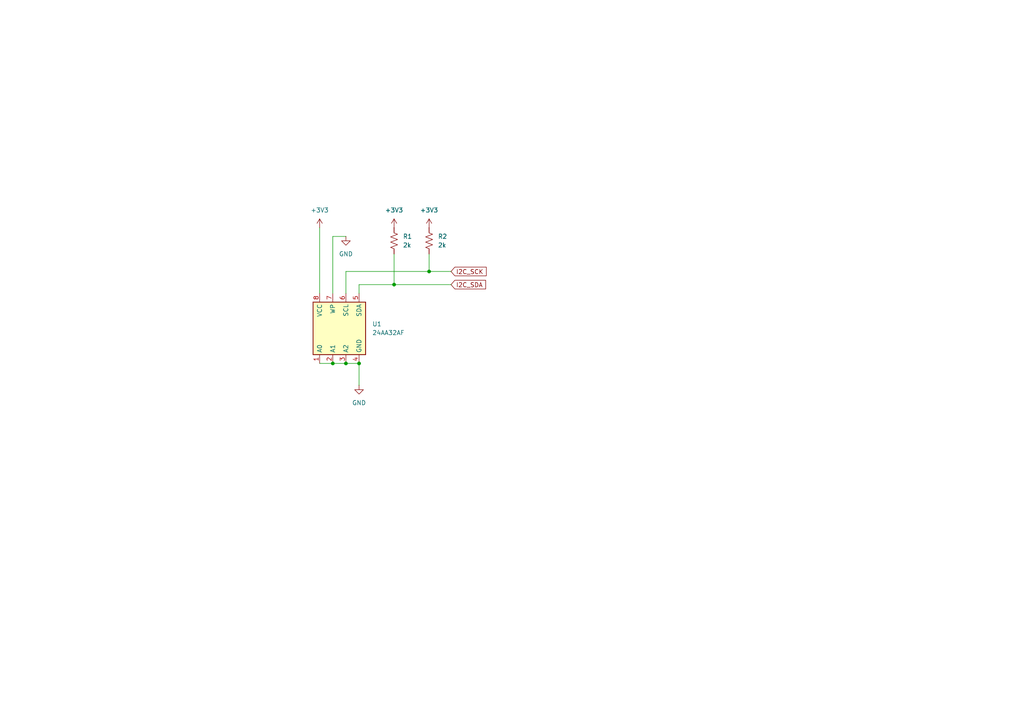
<source format=kicad_sch>
(kicad_sch (version 20231120) (generator "eeschema") (generator_version "8.0")
  (paper "A4")
  (lib_symbols
    (symbol "24AA32AF_Memory_EEPROM:24LC01"
      (property "Reference" "U1" (at 9.9695 1.0795 0))
      (property "Value" "24AA32AF" (at 9.9695 -1.2065 0))
      (symbol "24LC01_1_1"
        (rectangle (start 8.255 7.62) (end -6.985 -7.62) (stroke (width 0.254)) (fill (type background)))
        (pin input line (at 6.35 10.16 270) (length 2.54) (name "A0") (number "1"))
        (pin input line (at 2.54 10.16 270) (length 2.54) (name "A1") (number "2"))
        (pin input line (at -1.27 10.16 270) (length 2.54) (name "A2") (number "3"))
        (pin power_in line (at -5.08 10.16 270) (length 2.54) (name "GND") (number "4"))
        (pin bidirectional line (at -5.08 -10.16 90) (length 2.54) (name "SDA") (number "5"))
        (pin input line (at -1.27 -10.16 90) (length 2.54) (name "SCL") (number "6"))
        (pin input line (at 2.54 -10.16 90) (length 2.54) (name "WP") (number "7"))
        (pin power_in line (at 6.35 -10.16 90) (length 2.54) (name "VCC") (number "8"))
      )
    )
    (symbol "Device:R_US" (pin_numbers hide) (pin_names (offset 0))
      (property "Reference" "R" (at 2.54 0 90))
      (property "Value" "R_US" (at -2.54 0 90))
      (symbol "R_US_0_1"
        (polyline (pts (xy 0 -2.286) (xy 0 -2.54)))
        (polyline (pts (xy 0 2.286) (xy 0 2.54)))
        (polyline (pts (xy 0 -0.762) (xy 1.016 -1.143) (xy 0 -1.524) (xy -1.016 -1.905) (xy 0 -2.286)))
        (polyline (pts (xy 0 0.762) (xy 1.016 0.381) (xy 0 0) (xy -1.016 -0.381) (xy 0 -0.762)))
        (polyline (pts (xy 0 2.286) (xy 1.016 1.905) (xy 0 1.524) (xy -1.016 1.143) (xy 0 0.762)))
      )
      (symbol "R_US_1_1"
        (pin passive line (at 0 3.81 270) (length 1.27) (name "~") (number "1"))
        (pin passive line (at 0 -3.81 90) (length 1.27) (name "~") (number "2"))
      )
    )
    (symbol "power:+3V3" (power) (pin_numbers hide) (pin_names (offset 0) hide)
      (property "Value" "+3V3" (at 0 3.556 0))
      (symbol "+3V3_0_1"
        (polyline (pts (xy -0.762 1.27) (xy 0 2.54)))
        (polyline (pts (xy 0 0) (xy 0 2.54)))
        (polyline (pts (xy 0 2.54) (xy 0.762 1.27)))
      )
      (symbol "+3V3_1_1"
        (pin power_in line (at 0 0 90) (length 0) (name "~") (number "1"))
      )
    )
    (symbol "power:GND" (power) (pin_numbers hide) (pin_names (offset 0) hide)
      (property "Value" "GND" (at 0 -3.81 0))
      (symbol "GND_0_1"
        (polyline (pts (xy 0 0) (xy 0 -1.27) (xy 1.27 -1.27) (xy 0 -2.54) (xy -1.27 -1.27) (xy 0 -1.27)))
      )
      (symbol "GND_1_1"
        (pin power_in line (at 0 0 270) (length 0) (name "~") (number "1"))
      )
    )
  )
  (junction (at 100.33 105.41))
  (junction (at 96.52 105.41))
  (junction (at 124.46 78.74))
  (junction (at 104.14 105.41))
  (junction (at 114.3 82.55))
  (wire (pts (xy 104.14 105.41) (xy 100.33 105.41)))
  (wire (pts (xy 104.14 111.76) (xy 104.14 105.41)))
  (wire (pts (xy 100.33 68.58) (xy 96.52 68.58)))
  (wire (pts (xy 104.14 82.55) (xy 104.14 85.09)))
  (wire (pts (xy 114.3 73.66) (xy 114.3 82.55)))
  (wire (pts (xy 130.81 82.55) (xy 114.3 82.55)))
  (wire (pts (xy 124.46 78.74) (xy 100.33 78.74)))
  (wire (pts (xy 100.33 78.74) (xy 100.33 85.09)))
  (wire (pts (xy 114.3 82.55) (xy 104.14 82.55)))
  (wire (pts (xy 124.46 73.66) (xy 124.46 78.74)))
  (wire (pts (xy 130.81 78.74) (xy 124.46 78.74)))
  (wire (pts (xy 96.52 105.41) (xy 92.71 105.41)))
  (wire (pts (xy 92.71 66.04) (xy 92.71 85.09)))
  (wire (pts (xy 100.33 105.41) (xy 96.52 105.41)))
  (wire (pts (xy 96.52 68.58) (xy 96.52 85.09)))
  (global_label "I2C_SDA" (shape input) (at 130.81 82.55 0) (property "Intersheetrefs" "${INTERSHEET_REFS}" (effects (hide yes))))
  (global_label "I2C_SCK" (shape input) (at 130.81 78.74 0) (property "Intersheetrefs" "${INTERSHEET_REFS}" (effects (hide yes))))
  (symbol (lib_id "24AA32AF_Memory_EEPROM:24LC01") (at 99.06 95.25 180) (unit 1)
    (property "Reference" "U1" (at 107.95 93.9799 0) (effects (justify right)))
    (property "Value" "24AA32AF" (at 107.95 96.5199 0) (effects (justify right)))
    (property "Datasheet" "http://ww1.microchip.com/downloads/en/DeviceDoc/21711J.pdf" (effects (hide yes)))
    (property "Description" "I2C Serial EEPROM, 1Kb, DIP-8/SOIC-8/TSSOP-8/DFN-8" (effects (hide yes)))
  )
  (symbol (lib_id "Device:R_US") (at 114.3 69.85 0) (unit 1)
    (property "Reference" "R1" (at 116.84 68.5799 0) (effects (justify left)))
    (property "Value" "2k" (at 116.84 71.1199 0) (effects (justify left)))
    (property "Description" "Resistor, US symbol" (effects (hide yes)))
  )
  (symbol (lib_id "Device:R_US") (at 124.46 69.85 0) (unit 1)
    (property "Reference" "R2" (at 127 68.5799 0) (effects (justify left)))
    (property "Value" "2k" (at 127 71.1199 0) (effects (justify left)))
    (property "Description" "Resistor, US symbol" (effects (hide yes)))
  )
  (symbol (lib_id "power:+3V3") (at 114.3 66.04 0) (unit 1)
    (property "Reference" "#PWR4" (effects (hide yes)))
    (property "Value" "+3V3" (at 114.3 60.96 0))
    (property "Description" "Power symbol creates a global label with name \"+3V3\"" (effects (hide yes)))
  )
  (symbol (lib_id "power:+3V3") (at 92.71 66.04 0) (unit 1)
    (property "Reference" "#PWR2" (effects (hide yes)))
    (property "Value" "+3V3" (at 92.71 60.96 0))
    (property "Description" "Power symbol creates a global label with name \"+3V3\"" (effects (hide yes)))
  )
  (symbol (lib_id "power:GND") (at 100.33 68.58 0) (unit 1)
    (property "Reference" "#PWR3" (effects (hide yes)))
    (property "Value" "GND" (at 100.33 73.66 0))
    (property "Description" "Power symbol creates a global label with name \"GND\" , ground" (effects (hide yes)))
  )
  (symbol (lib_id "power:+3V3") (at 124.46 66.04 0) (unit 1)
    (property "Reference" "#PWR5" (effects (hide yes)))
    (property "Value" "+3V3" (at 124.46 60.96 0))
    (property "Description" "Power symbol creates a global label with name \"+3V3\"" (effects (hide yes)))
  )
  (symbol (lib_id "power:GND") (at 104.14 111.76 0) (unit 1)
    (property "Reference" "#PWR1" (effects (hide yes)))
    (property "Value" "GND" (at 104.14 116.84 0))
    (property "Description" "Power symbol creates a global label with name \"GND\" , ground" (effects (hide yes)))
  )
)
</source>
